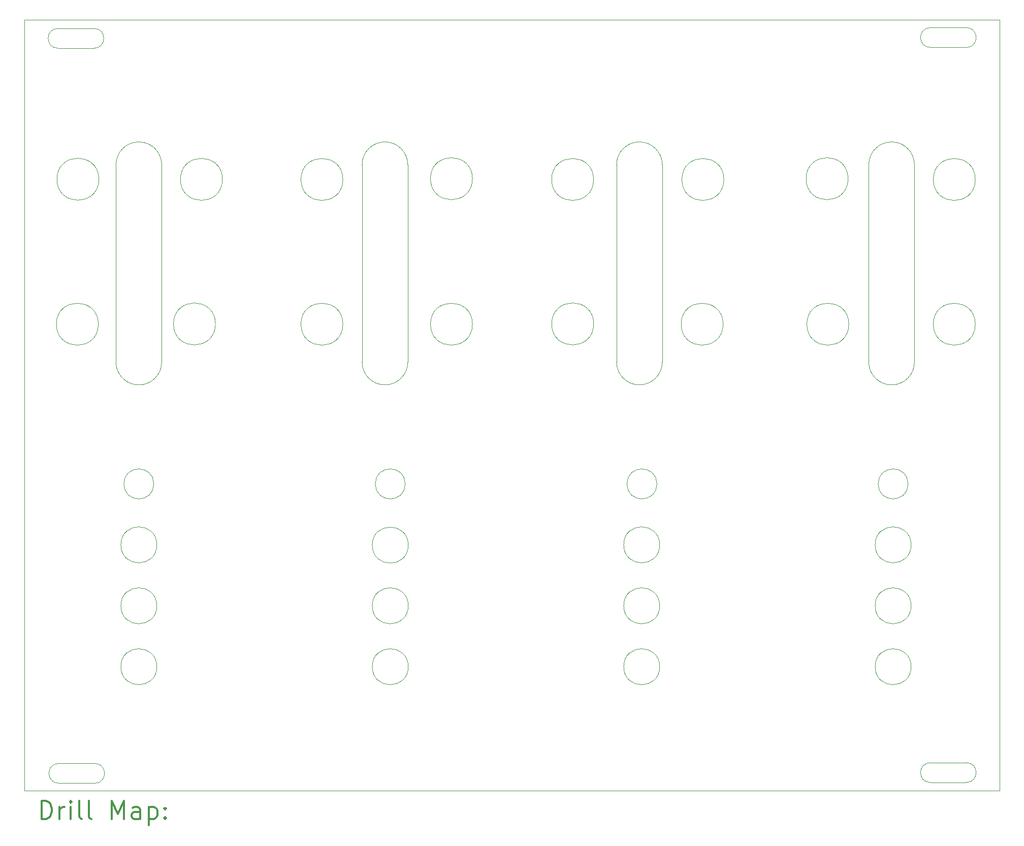
<source format=gbr>
%FSLAX45Y45*%
G04 Gerber Fmt 4.5, Leading zero omitted, Abs format (unit mm)*
G04 Created by KiCad (PCBNEW (5.1.6-0-10_14)) date 2022-01-02 10:51:08*
%MOMM*%
%LPD*%
G01*
G04 APERTURE LIST*
%TA.AperFunction,Profile*%
%ADD10C,0.050000*%
%TD*%
%ADD11C,0.200000*%
%ADD12C,0.300000*%
G04 APERTURE END LIST*
D10*
X22301200Y-15773400D02*
X21704300Y-15773400D01*
X21704300Y-15773400D02*
G75*
G02*
X21704300Y-15443200I0J165100D01*
G01*
X21704300Y-15443200D02*
X22301200Y-15443200D01*
X22301200Y-15443200D02*
G75*
G02*
X22301200Y-15773400I0J-165100D01*
G01*
X7772400Y-15786100D02*
X7175500Y-15786100D01*
X7772400Y-15455900D02*
G75*
G02*
X7772400Y-15786100I0J-165100D01*
G01*
X7175500Y-15455900D02*
X7772400Y-15455900D01*
X7175500Y-15786100D02*
G75*
G02*
X7175500Y-15455900I0J165100D01*
G01*
X22301200Y-3517900D02*
X21704300Y-3517900D01*
X22301200Y-3187700D02*
G75*
G02*
X22301200Y-3517900I0J-165100D01*
G01*
X21704300Y-3187700D02*
X22301200Y-3187700D01*
X21704300Y-3517900D02*
G75*
G02*
X21704300Y-3187700I0J165100D01*
G01*
X7162800Y-3200400D02*
X7759700Y-3200400D01*
X7759700Y-3530600D02*
X7162800Y-3530600D01*
X7162800Y-3530600D02*
G75*
G02*
X7162800Y-3200400I0J165100D01*
G01*
X7759700Y-3200400D02*
G75*
G02*
X7759700Y-3530600I0J-165100D01*
G01*
X6604000Y-3060700D02*
X22860000Y-3060700D01*
X6604000Y-15913100D02*
X22860000Y-15913100D01*
X6604000Y-15913100D02*
X6604000Y-3060700D01*
X21437600Y-5473700D02*
X21437600Y-8763000D01*
X21056600Y-5092700D02*
G75*
G02*
X21437600Y-5473700I0J-381000D01*
G01*
X20675600Y-8763000D02*
X20675600Y-5473700D01*
X20675600Y-5473700D02*
G75*
G02*
X21056600Y-5092700I381000J0D01*
G01*
X21437600Y-8763000D02*
G75*
G02*
X21056600Y-9144000I-381000J0D01*
G01*
X21056600Y-9144000D02*
G75*
G02*
X20675600Y-8763000I0J381000D01*
G01*
X17233900Y-5473700D02*
X17233900Y-8763000D01*
X16852900Y-5092700D02*
G75*
G02*
X17233900Y-5473700I0J-381000D01*
G01*
X16471900Y-8763000D02*
X16471900Y-5473700D01*
X16471900Y-5473700D02*
G75*
G02*
X16852900Y-5092700I381000J0D01*
G01*
X17233900Y-8763000D02*
G75*
G02*
X16852900Y-9144000I-381000J0D01*
G01*
X16852900Y-9144000D02*
G75*
G02*
X16471900Y-8763000I0J381000D01*
G01*
X12992100Y-5473700D02*
X12992100Y-8763000D01*
X12611100Y-5092700D02*
G75*
G02*
X12992100Y-5473700I0J-381000D01*
G01*
X12230100Y-8763000D02*
X12230100Y-5473700D01*
X12230100Y-5473700D02*
G75*
G02*
X12611100Y-5092700I381000J0D01*
G01*
X12992100Y-8763000D02*
G75*
G02*
X12611100Y-9144000I-381000J0D01*
G01*
X12611100Y-9144000D02*
G75*
G02*
X12230100Y-8763000I0J381000D01*
G01*
X8890000Y-5473700D02*
X8890000Y-8763000D01*
X8128000Y-8763000D02*
X8128000Y-5473700D01*
X8128000Y-5473700D02*
G75*
G02*
X8509000Y-5092700I381000J0D01*
G01*
X8509000Y-5092700D02*
G75*
G02*
X8890000Y-5473700I0J-381000D01*
G01*
X8890000Y-8763000D02*
G75*
G02*
X8509000Y-9144000I-381000J0D01*
G01*
X8509000Y-9144000D02*
G75*
G02*
X8128000Y-8763000I0J381000D01*
G01*
X8759000Y-10795000D02*
G75*
G03*
X8759000Y-10795000I-250000J0D01*
G01*
X12950000Y-10795000D02*
G75*
G03*
X12950000Y-10795000I-250000J0D01*
G01*
X17145000Y-10795000D02*
G75*
G03*
X17145000Y-10795000I-250000J0D01*
G01*
X21332000Y-10795000D02*
G75*
G03*
X21332000Y-10795000I-250000J0D01*
G01*
X21382000Y-13843000D02*
G75*
G03*
X21382000Y-13843000I-300000J0D01*
G01*
X21382000Y-12827000D02*
G75*
G03*
X21382000Y-12827000I-300000J0D01*
G01*
X21382000Y-11811000D02*
G75*
G03*
X21382000Y-11811000I-300000J0D01*
G01*
X17191000Y-13843000D02*
G75*
G03*
X17191000Y-13843000I-300000J0D01*
G01*
X17191000Y-12827000D02*
G75*
G03*
X17191000Y-12827000I-300000J0D01*
G01*
X17191000Y-11811000D02*
G75*
G03*
X17191000Y-11811000I-300000J0D01*
G01*
X13000000Y-13843000D02*
G75*
G03*
X13000000Y-13843000I-300000J0D01*
G01*
X13000000Y-12827000D02*
G75*
G03*
X13000000Y-12827000I-300000J0D01*
G01*
X13000000Y-11815800D02*
G75*
G03*
X13000000Y-11815800I-300000J0D01*
G01*
X8809000Y-13843000D02*
G75*
G03*
X8809000Y-13843000I-300000J0D01*
G01*
X8809000Y-12827000D02*
G75*
G03*
X8809000Y-12827000I-300000J0D01*
G01*
X8809000Y-11811000D02*
G75*
G03*
X8809000Y-11811000I-300000J0D01*
G01*
X22452200Y-8132000D02*
G75*
G03*
X22452200Y-8132000I-350000J0D01*
G01*
X20344000Y-8132000D02*
G75*
G03*
X20344000Y-8132000I-350000J0D01*
G01*
X22452200Y-5719000D02*
G75*
G03*
X22452200Y-5719000I-350000J0D01*
G01*
X20331300Y-5706300D02*
G75*
G03*
X20331300Y-5706300I-350000J0D01*
G01*
X18248500Y-8132000D02*
G75*
G03*
X18248500Y-8132000I-350000J0D01*
G01*
X18261200Y-5719000D02*
G75*
G03*
X18261200Y-5719000I-350000J0D01*
G01*
X16089500Y-5719000D02*
G75*
G03*
X16089500Y-5719000I-350000J0D01*
G01*
X16090900Y-8128000D02*
G75*
G03*
X16090900Y-8128000I-350000J0D01*
G01*
X14070200Y-8132000D02*
G75*
G03*
X14070200Y-8132000I-350000J0D01*
G01*
X14070200Y-5706300D02*
G75*
G03*
X14070200Y-5706300I-350000J0D01*
G01*
X11911200Y-8132000D02*
G75*
G03*
X11911200Y-8132000I-350000J0D01*
G01*
X11911200Y-5719000D02*
G75*
G03*
X11911200Y-5719000I-350000J0D01*
G01*
X9786100Y-8128000D02*
G75*
G03*
X9786100Y-8128000I-350000J0D01*
G01*
X7834500Y-8132000D02*
G75*
G03*
X7834500Y-8132000I-350000J0D01*
G01*
X9902500Y-5717000D02*
G75*
G03*
X9902500Y-5717000I-350000J0D01*
G01*
X7843000Y-5715000D02*
G75*
G03*
X7843000Y-5715000I-350000J0D01*
G01*
X22860000Y-15913100D02*
X22860000Y-3060700D01*
D11*
D12*
X6887928Y-16381314D02*
X6887928Y-16081314D01*
X6959357Y-16081314D01*
X7002214Y-16095600D01*
X7030786Y-16124171D01*
X7045071Y-16152743D01*
X7059357Y-16209886D01*
X7059357Y-16252743D01*
X7045071Y-16309886D01*
X7030786Y-16338457D01*
X7002214Y-16367029D01*
X6959357Y-16381314D01*
X6887928Y-16381314D01*
X7187928Y-16381314D02*
X7187928Y-16181314D01*
X7187928Y-16238457D02*
X7202214Y-16209886D01*
X7216500Y-16195600D01*
X7245071Y-16181314D01*
X7273643Y-16181314D01*
X7373643Y-16381314D02*
X7373643Y-16181314D01*
X7373643Y-16081314D02*
X7359357Y-16095600D01*
X7373643Y-16109886D01*
X7387928Y-16095600D01*
X7373643Y-16081314D01*
X7373643Y-16109886D01*
X7559357Y-16381314D02*
X7530786Y-16367029D01*
X7516500Y-16338457D01*
X7516500Y-16081314D01*
X7716500Y-16381314D02*
X7687928Y-16367029D01*
X7673643Y-16338457D01*
X7673643Y-16081314D01*
X8059357Y-16381314D02*
X8059357Y-16081314D01*
X8159357Y-16295600D01*
X8259357Y-16081314D01*
X8259357Y-16381314D01*
X8530786Y-16381314D02*
X8530786Y-16224171D01*
X8516500Y-16195600D01*
X8487928Y-16181314D01*
X8430786Y-16181314D01*
X8402214Y-16195600D01*
X8530786Y-16367029D02*
X8502214Y-16381314D01*
X8430786Y-16381314D01*
X8402214Y-16367029D01*
X8387928Y-16338457D01*
X8387928Y-16309886D01*
X8402214Y-16281314D01*
X8430786Y-16267029D01*
X8502214Y-16267029D01*
X8530786Y-16252743D01*
X8673643Y-16181314D02*
X8673643Y-16481314D01*
X8673643Y-16195600D02*
X8702214Y-16181314D01*
X8759357Y-16181314D01*
X8787928Y-16195600D01*
X8802214Y-16209886D01*
X8816500Y-16238457D01*
X8816500Y-16324171D01*
X8802214Y-16352743D01*
X8787928Y-16367029D01*
X8759357Y-16381314D01*
X8702214Y-16381314D01*
X8673643Y-16367029D01*
X8945071Y-16352743D02*
X8959357Y-16367029D01*
X8945071Y-16381314D01*
X8930786Y-16367029D01*
X8945071Y-16352743D01*
X8945071Y-16381314D01*
X8945071Y-16195600D02*
X8959357Y-16209886D01*
X8945071Y-16224171D01*
X8930786Y-16209886D01*
X8945071Y-16195600D01*
X8945071Y-16224171D01*
M02*

</source>
